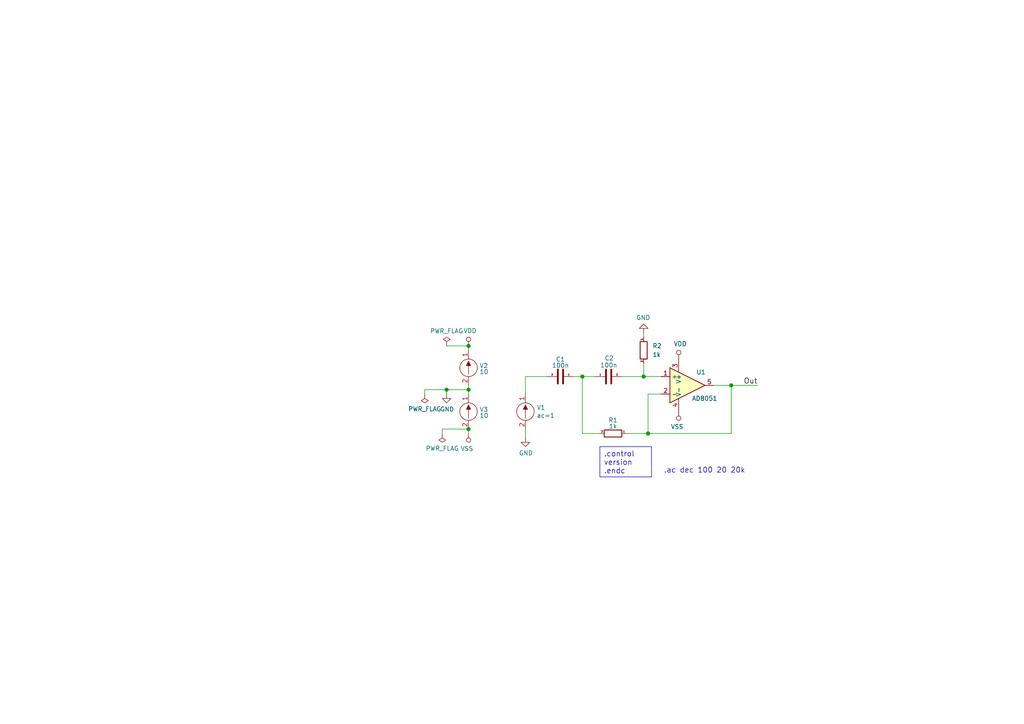
<source format=kicad_sch>
(kicad_sch (version 20231120) (generator "eeschema") (generator_version "8.0")
  (paper "A4")
  (lib_symbols
    (symbol "C_1" (pin_names (offset 0) hide)
      (property "Reference" "C" (at 0.635 2.54 0))
      (property "Value" "C_1" (at 0.635 -2.54 0))
      (symbol "C_1_0_1"
        (polyline (pts (xy -2.032 -0.762) (xy 2.032 -0.762)) (stroke (width 0.508)))
        (polyline (pts (xy -2.032 0.762) (xy 2.032 0.762)) (stroke (width 0.508)))
      )
      (symbol "C_1_1_1"
        (pin passive line (at 0 3.81 270) (length 2.794) (name "1") (number "1"))
        (pin passive line (at 0 -3.81 90) (length 2.794) (name "2") (number "2"))
      )
    )
    (symbol "R_1" (pin_names (offset 0) hide)
      (property "Reference" "R" (at 2.032 0 90))
      (property "Value" "R_1" (at 0 0 90))
      (symbol "R_1_0_1"
        (rectangle (start -1.016 -2.54) (end 1.016 2.54) (stroke (width 0.254)))
      )
      (symbol "R_1_1_1"
        (pin passive line (at 0 3.81 270) (length 1.27) (name "1") (number "1"))
        (pin passive line (at 0 -3.81 90) (length 1.27) (name "2") (number "2"))
      )
    )
    (symbol "power:PWR_FLAG" (power) (pin_numbers hide) (pin_names (offset 0) hide)
      (property "Value" "PWR_FLAG" (at 0 3.81 0))
      (symbol "PWR_FLAG_0_0"
        (pin power_out line (at 0 0 90) (length 0) (name "pwr") (number "1"))
      )
      (symbol "PWR_FLAG_0_1"
        (polyline (pts (xy 0 0) (xy 0 1.27) (xy -1.016 1.905) (xy 0 2.54) (xy 1.016 1.905) (xy 0 1.27)))
      )
    )
    (symbol "sallen_key_schlib:C" (pin_names (offset 0) hide)
      (property "Reference" "C" (at 0.635 2.54 0))
      (property "Value" "C" (at 0.635 -2.54 0))
      (symbol "C_0_1"
        (polyline (pts (xy -2.032 -0.762) (xy 2.032 -0.762)) (stroke (width 0.508)))
        (polyline (pts (xy -2.032 0.762) (xy 2.032 0.762)) (stroke (width 0.508)))
      )
      (symbol "C_1_1"
        (pin passive line (at 0 3.81 270) (length 2.794) (name "1") (number "1"))
        (pin passive line (at 0 -3.81 90) (length 2.794) (name "2") (number "2"))
      )
    )
    (symbol "sallen_key_schlib:GND" (power) (pin_names (offset 0))
      (property "Value" "GND" (at 0 -3.81 0))
      (symbol "GND_0_1"
        (polyline (pts (xy 0 0) (xy 0 -1.27) (xy 1.27 -1.27) (xy 0 -2.54) (xy -1.27 -1.27) (xy 0 -1.27)))
      )
      (symbol "GND_1_1"
        (pin power_in line (at 0 0 270) (length 0) hide (name "GND") (number "1"))
      )
    )
    (symbol "sallen_key_schlib:Generic_Opamp"
      (property "Reference" "U" (at 0 6.35 0))
      (property "Value" "Generic_Opamp" (at 0 3.81 0))
      (symbol "Generic_Opamp_0_1"
        (polyline (pts (xy -5.08 5.08) (xy 5.08 0) (xy -5.08 -5.08) (xy -5.08 5.08)) (stroke (width 0.254)) (fill (type background)))
      )
      (symbol "Generic_Opamp_1_1"
        (pin input line (at -7.62 2.54 0) (length 2.54) (name "+") (number "1"))
        (pin input line (at -7.62 -2.54 0) (length 2.54) (name "-") (number "2"))
        (pin power_in line (at -2.54 7.62 270) (length 3.81) (name "V+") (number "3"))
        (pin power_in line (at -2.54 -7.62 90) (length 3.81) (name "V-") (number "4"))
        (pin output line (at 7.62 0 180) (length 2.54) (name "~") (number "5"))
      )
    )
    (symbol "sallen_key_schlib:R" (pin_names (offset 0) hide)
      (property "Reference" "R" (at 2.032 0 90))
      (property "Value" "R" (at 0 0 90))
      (symbol "R_0_1"
        (rectangle (start -1.016 -2.54) (end 1.016 2.54) (stroke (width 0.254)))
      )
      (symbol "R_1_1"
        (pin passive line (at 0 3.81 270) (length 1.27) (name "1") (number "1"))
        (pin passive line (at 0 -3.81 90) (length 1.27) (name "2") (number "2"))
      )
    )
    (symbol "sallen_key_schlib:VDD" (power) (pin_names (offset 0))
      (property "Value" "VDD" (at 0 3.81 0))
      (symbol "VDD_0_1"
        (polyline (pts (xy 0 0) (xy 0 1.27)))
        (circle (center 0 1.905) (radius 0.635))
      )
      (symbol "VDD_1_1"
        (pin power_in line (at 0 0 90) (length 0) hide (name "VDD") (number "1"))
      )
    )
    (symbol "sallen_key_schlib:VSOURCE" (pin_names (offset 1.016))
      (property "Reference" "V" (at 5.08 5.08 0))
      (symbol "VSOURCE_0_1"
        (polyline (pts (xy 0 -1.905) (xy 0 1.905)))
        (polyline (pts (xy 0 1.905) (xy -0.635 0.635) (xy 0.635 0.635) (xy 0 1.905)) (fill (type outline)))
        (circle (center 0 0) (radius 2.54))
      )
      (symbol "VSOURCE_1_1"
        (pin input line (at 0 5.08 270) (length 2.54) (name "~") (number "1"))
        (pin input line (at 0 -5.08 90) (length 2.54) (name "~") (number "2"))
      )
    )
    (symbol "sallen_key_schlib:VSS" (power) (pin_names (offset 0))
      (property "Value" "VSS" (at 0 3.81 0))
      (symbol "VSS_0_1"
        (polyline (pts (xy 0 0) (xy 0 1.27)))
        (circle (center 0 1.905) (radius 0.635))
      )
      (symbol "VSS_1_1"
        (pin power_in line (at 0 0 90) (length 0) hide (name "VSS") (number "1"))
      )
    )
  )
  (junction (at 129.54 113.03) (diameter 1.016))
  (junction (at 135.89 100.33) (diameter 1.016))
  (junction (at 135.89 124.46) (diameter 1.016))
  (junction (at 168.91 109.22) (diameter 1.016))
  (junction (at 212.09 111.76) (diameter 1.016))
  (junction (at 135.89 113.03) (diameter 1.016))
  (junction (at 187.96 125.73) (diameter 1.016))
  (junction (at 186.69 109.22) (diameter 1.016))
  (wire (pts (xy 212.09 125.73) (xy 187.96 125.73)))
  (wire (pts (xy 168.91 109.22) (xy 172.72 109.22)))
  (wire (pts (xy 187.96 114.3) (xy 191.77 114.3)))
  (wire (pts (xy 129.54 113.03) (xy 135.89 113.03)))
  (wire (pts (xy 128.27 124.46) (xy 128.27 125.73)))
  (wire (pts (xy 186.69 109.22) (xy 191.77 109.22)))
  (wire (pts (xy 187.96 125.73) (xy 181.61 125.73)))
  (wire (pts (xy 180.34 109.22) (xy 186.69 109.22)))
  (wire (pts (xy 152.4 124.46) (xy 152.4 127)))
  (wire (pts (xy 135.89 124.46) (xy 128.27 124.46)))
  (wire (pts (xy 212.09 111.76) (xy 219.71 111.76)))
  (wire (pts (xy 168.91 125.73) (xy 168.91 109.22)))
  (wire (pts (xy 212.09 125.73) (xy 212.09 111.76)))
  (wire (pts (xy 187.96 125.73) (xy 187.96 114.3)))
  (wire (pts (xy 207.01 111.76) (xy 212.09 111.76)))
  (wire (pts (xy 173.99 125.73) (xy 168.91 125.73)))
  (wire (pts (xy 166.37 109.22) (xy 168.91 109.22)))
  (wire (pts (xy 135.89 111.76) (xy 135.89 113.03)))
  (wire (pts (xy 129.54 113.03) (xy 129.54 114.3)))
  (wire (pts (xy 129.54 100.33) (xy 135.89 100.33)))
  (wire (pts (xy 186.69 105.41) (xy 186.69 109.22)))
  (wire (pts (xy 135.89 113.03) (xy 135.89 114.3)))
  (wire (pts (xy 123.19 113.03) (xy 123.19 114.3)))
  (wire (pts (xy 135.89 125.73) (xy 135.89 124.46)))
  (wire (pts (xy 123.19 113.03) (xy 129.54 113.03)))
  (wire (pts (xy 135.89 100.33) (xy 135.89 101.6)))
  (wire (pts (xy 186.69 96.52) (xy 186.69 97.79)))
  (wire (pts (xy 158.75 109.22) (xy 152.4 109.22)))
  (wire (pts (xy 152.4 109.22) (xy 152.4 114.3)))
  (text_box ".control\nversion\n.endc" (at 173.99 129.54 0) (size 14.986 8.7796) (effects (font (size 1.524 1.524)) (justify left top)))
  (text ".ac dec 100 20 20k\n" (at 192.532 137.414 0) (effects (font (size 1.524 1.524)) (justify left bottom)))
  (label "Out" (at 219.71 111.76 180) (effects (font (size 1.524 1.524))))
  (symbol (lib_id "sallen_key_schlib:VSOURCE") (at 152.4 119.38 0) (unit 1)
    (property "Reference" "V1" (at 155.6512 118.2116 0) (effects (justify left)))
    (property "Value" "${SIM.PARAMS}" (at 155.6512 120.523 0) (effects (justify left)))
    (property "Fieldname" "Value" (effects (hide yes)))
    (property "Sim.Device" "V" (effects (hide yes)))
    (property "Sim.Params" "ac=1" (effects (hide yes)))
    (property "Sim.Pins" "1=+ 2=-" (effects (hide yes)))
    (property "Sim.Type" "DC" (effects (hide yes)))
  )
  (symbol (lib_id "sallen_key_schlib:Generic_Opamp") (at 199.39 111.76 0) (unit 1)
    (property "Reference" "U1" (at 201.93 107.95 0) (effects (justify left)))
    (property "Value" "AD8051" (at 200.66 115.57 0) (effects (justify left)))
    (property "Sim.Library" "ad8051.lib" (effects (hide yes)))
    (property "Sim.Name" "AD8051" (effects (hide yes)))
    (property "Sim.Pins" "1=1 2=2 3=99 4=50 5=45" (effects (hide yes)))
  )
  (symbol (lib_id "sallen_key_schlib:VSOURCE") (at 135.89 106.68 0) (unit 1)
    (property "Reference" "V2" (at 139.065 106.0855 0) (effects (justify left)))
    (property "Value" "10" (at 139.065 107.8477 0) (effects (justify left)))
    (property "Sim.Device" "V" (effects (hide yes)))
    (property "Sim.Type" "DC" (effects (hide yes)))
    (property "Sim.Pins" "1=+ 2=-" (effects (hide yes)))
  )
  (symbol (lib_id "sallen_key_schlib:VSOURCE") (at 135.89 119.38 0) (unit 1)
    (property "Reference" "V3" (at 139.065 118.7855 0) (effects (justify left)))
    (property "Value" "10" (at 139.065 120.5477 0) (effects (justify left)))
    (property "Sim.Device" "V" (effects (hide yes)))
    (property "Sim.Type" "DC" (effects (hide yes)))
    (property "Sim.Pins" "1=+ 2=-" (effects (hide yes)))
  )
  (symbol (lib_id "sallen_key_schlib:GND") (at 129.54 114.3 0) (unit 1)
    (property "Reference" "#PWR05" (effects (hide yes)))
    (property "Value" "GND" (at 129.667 118.6942 0))
  )
  (symbol (lib_id "sallen_key_schlib:VDD") (at 135.89 100.33 0) (unit 1)
    (property "Reference" "#PWR06" (effects (hide yes)))
    (property "Value" "VDD" (at 136.3218 95.9358 0))
  )
  (symbol (lib_id "sallen_key_schlib:VSS") (at 135.89 125.73 180) (unit 1)
    (property "Reference" "#PWR07" (effects (hide yes)))
    (property "Value" "VSS" (at 135.4328 130.1242 0))
  )
  (symbol (lib_id "sallen_key_schlib:VDD") (at 196.85 104.14 0) (unit 1)
    (property "Reference" "#PWR03" (effects (hide yes)))
    (property "Value" "VDD" (at 197.2818 99.7458 0))
  )
  (symbol (lib_id "sallen_key_schlib:VSS") (at 196.85 119.38 180) (unit 1)
    (property "Reference" "#PWR04" (effects (hide yes)))
    (property "Value" "VSS" (at 196.3928 123.7742 0))
  )
  (symbol (lib_id "sallen_key_schlib:R") (at 186.69 101.6 0) (unit 1)
    (property "Reference" "R2" (at 189.23 100.3299 0) (effects (justify left)))
    (property "Value" "1k" (at 189.23 102.8699 0) (effects (justify left)))
    (property "Fieldname" "Value" (effects (hide yes)))
    (property "Sim.Pins" "1=1 2=2" (effects (hide yes)))
  )
  (symbol (lib_name "R_1") (lib_id "sallen_key_schlib:R") (at 177.8 125.73 270) (unit 1)
    (property "Reference" "R1" (at 177.8 121.8819 90))
    (property "Value" "1k" (at 177.8 123.6441 90))
    (property "Fieldname" "Value" (effects (hide yes)))
    (property "Sim.Pins" "1=1 2=2" (effects (hide yes)))
  )
  (symbol (lib_name "C_1") (lib_id "sallen_key_schlib:C") (at 162.56 109.22 270) (unit 1)
    (property "Reference" "C1" (at 162.56 104.2289 90))
    (property "Value" "100n" (at 162.56 105.9911 90))
  )
  (symbol (lib_id "sallen_key_schlib:C") (at 176.53 109.22 90) (unit 1)
    (property "Reference" "C2" (at 178.054 103.886 90) (effects (justify left)))
    (property "Value" "100n" (at 179.07 105.918 90) (effects (justify left)))
    (property "Fieldname" "Value" (effects (hide yes)))
    (property "Sim.Pins" "1=1 2=2" (effects (hide yes)))
  )
  (symbol (lib_id "sallen_key_schlib:GND") (at 186.69 96.52 180) (unit 1)
    (property "Reference" "#PWR02" (effects (hide yes)))
    (property "Value" "GND" (at 186.563 92.1258 0))
  )
  (symbol (lib_id "sallen_key_schlib:GND") (at 152.4 127 0) (unit 1)
    (property "Reference" "#PWR0101" (effects (hide yes)))
    (property "Value" "GND" (at 152.527 131.3942 0))
  )
  (symbol (lib_id "power:PWR_FLAG") (at 128.27 125.73 180) (unit 1)
    (property "Reference" "#FLG0101" (effects (hide yes)))
    (property "Value" "PWR_FLAG" (at 128.27 130.0544 0))
  )
  (symbol (lib_id "power:PWR_FLAG") (at 129.54 100.33 0) (unit 1)
    (property "Reference" "#FLG0103" (effects (hide yes)))
    (property "Value" "PWR_FLAG" (at 129.54 96.0056 0))
  )
  (symbol (lib_id "power:PWR_FLAG") (at 123.19 114.3 180) (unit 1)
    (property "Reference" "#FLG0102" (effects (hide yes)))
    (property "Value" "PWR_FLAG" (at 123.19 118.6244 0))
  )
)
</source>
